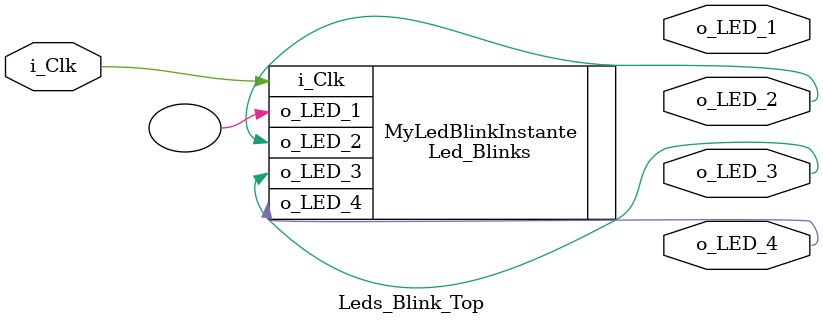
<source format=v>
module Leds_Blink_Top (
	input i_Clk,
	output o_LED_1,
	output o_LED_2,
	output o_LED_3,
	output o_LED_4);
	
	// Input Clock is 25MHz
	// Liczby w nawiasach, to parametry przekazywane jakby do modułu,
	// wskazują do ilu ma liczyć licznik aby zmienić diody
	Led_Blinks#(
				.g_limit_for_10Hz(1250000),
				.g_limit_for_5Hz(2500000),
				.g_limit_for_2Hz(6250000),
				.g_limit_for_1Hz(12500000)) MyLedBlinkInstante
		(.i_Clk(i_Clk),
		 .o_LED_1(),		// Można tak :)
		 .o_LED_2(o_LED_2),
		 .o_LED_3(o_LED_3),
		 .o_LED_4(o_LED_4));
		 
endmodule
</source>
